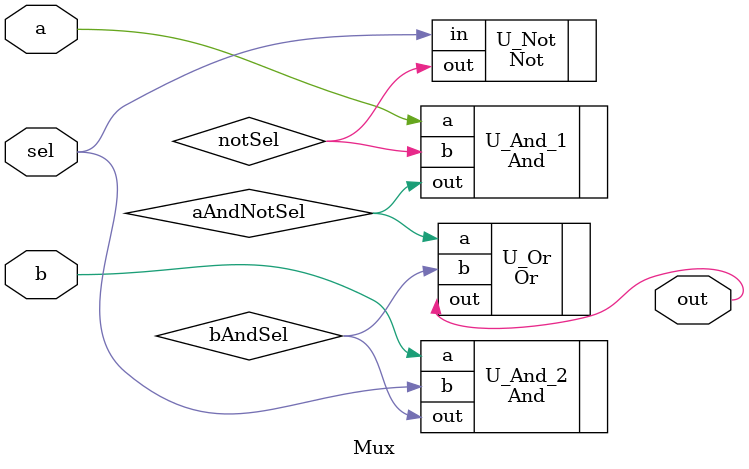
<source format=v>
`ifndef MUX_V
`define MUX_V

`include "And.v"
`include "Or.v"

module Mux(out, a, b, sel);

    input a;
    input b;
    input sel;
    output out;

    wire notSel;
    wire aAndNotSel;
    wire bAndSel;

    Not U_Not(.out(notSel), .in(sel));
    And U_And_1(.out(aAndNotSel), .a(a), .b(notSel));
    And U_And_2(.out(bAndSel), .a(b), .b(sel));
    Or U_Or(.out(out), .a(aAndNotSel), .b(bAndSel));

endmodule

`endif
</source>
